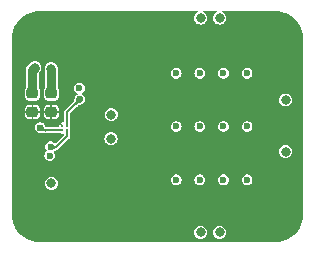
<source format=gbr>
%TF.GenerationSoftware,KiCad,Pcbnew,8.0.4*%
%TF.CreationDate,2024-08-13T13:30:06+02:00*%
%TF.ProjectId,TMP104_Development board,544d5031-3034-45f4-9465-76656c6f706d,rev?*%
%TF.SameCoordinates,Original*%
%TF.FileFunction,Copper,L4,Bot*%
%TF.FilePolarity,Positive*%
%FSLAX46Y46*%
G04 Gerber Fmt 4.6, Leading zero omitted, Abs format (unit mm)*
G04 Created by KiCad (PCBNEW 8.0.4) date 2024-08-13 13:30:06*
%MOMM*%
%LPD*%
G01*
G04 APERTURE LIST*
G04 Aperture macros list*
%AMRoundRect*
0 Rectangle with rounded corners*
0 $1 Rounding radius*
0 $2 $3 $4 $5 $6 $7 $8 $9 X,Y pos of 4 corners*
0 Add a 4 corners polygon primitive as box body*
4,1,4,$2,$3,$4,$5,$6,$7,$8,$9,$2,$3,0*
0 Add four circle primitives for the rounded corners*
1,1,$1+$1,$2,$3*
1,1,$1+$1,$4,$5*
1,1,$1+$1,$6,$7*
1,1,$1+$1,$8,$9*
0 Add four rect primitives between the rounded corners*
20,1,$1+$1,$2,$3,$4,$5,0*
20,1,$1+$1,$4,$5,$6,$7,0*
20,1,$1+$1,$6,$7,$8,$9,0*
20,1,$1+$1,$8,$9,$2,$3,0*%
G04 Aperture macros list end*
%TA.AperFunction,SMDPad,CuDef*%
%ADD10C,0.250000*%
%TD*%
%TA.AperFunction,SMDPad,CuDef*%
%ADD11RoundRect,0.225000X0.250000X-0.225000X0.250000X0.225000X-0.250000X0.225000X-0.250000X-0.225000X0*%
%TD*%
%TA.AperFunction,ViaPad*%
%ADD12C,0.600000*%
%TD*%
%TA.AperFunction,ViaPad*%
%ADD13C,0.800000*%
%TD*%
%TA.AperFunction,Conductor*%
%ADD14C,0.200000*%
%TD*%
%TA.AperFunction,Conductor*%
%ADD15C,0.800000*%
%TD*%
G04 APERTURE END LIST*
D10*
%TO.P,U1,1,VCC*%
%TO.N,VCC_3.3V*%
X122765000Y-103626000D03*
%TO.P,U1,2,GND*%
%TO.N,GND*%
X122765000Y-104026000D03*
%TO.P,U1,3,TX*%
%TO.N,TX_1*%
X123165000Y-103626000D03*
%TO.P,U1,4,RX*%
%TO.N,RX_1*%
X123165000Y-104026000D03*
%TD*%
D11*
%TO.P,C9,1*%
%TO.N,VCC_3.3V*%
X121825000Y-102455000D03*
%TO.P,C9,2*%
%TO.N,GND*%
X121825000Y-100905000D03*
%TD*%
%TO.P,C10,1*%
%TO.N,VCC_3.3V*%
X120225000Y-102455000D03*
%TO.P,C10,2*%
%TO.N,GND*%
X120225000Y-100905000D03*
%TD*%
D12*
%TO.N,VCC_3.3V*%
X131415000Y-103701000D03*
%TO.N,RX_1*%
X121762902Y-105414078D03*
%TO.N,TX_1*%
X124235000Y-101400000D03*
D13*
%TO.N,GND*%
X134465000Y-112655000D03*
D12*
X120870000Y-103790000D03*
X136400000Y-99200000D03*
X134400000Y-99200000D03*
D13*
X134465000Y-94525000D03*
D12*
X138400000Y-99200000D03*
D13*
X136065000Y-94525000D03*
D12*
X132400000Y-103700000D03*
D13*
X141675000Y-105830000D03*
D12*
X134400000Y-108200000D03*
X121695000Y-106161000D03*
X138400000Y-108200000D03*
X136400000Y-108200000D03*
X136400000Y-103700000D03*
X138400000Y-103700000D03*
X124205000Y-100451000D03*
D13*
X121825000Y-98800000D03*
X120425000Y-98716000D03*
D12*
X132400000Y-108200000D03*
D13*
X136065000Y-112670000D03*
X121825000Y-108521000D03*
X141675000Y-101445000D03*
X126873000Y-104730000D03*
X126895000Y-102700000D03*
D12*
X134400000Y-103700000D03*
X132400000Y-99200000D03*
%TO.N,VCC_3.3V*%
X135400000Y-103700000D03*
X137400000Y-103700000D03*
D13*
X120425000Y-108541000D03*
D12*
X133400000Y-103700000D03*
%TD*%
D14*
%TO.N,RX_1*%
X122261922Y-105414078D02*
X123165000Y-104511000D01*
X123165000Y-104511000D02*
X123165000Y-104026000D01*
X121762902Y-105414078D02*
X122261922Y-105414078D01*
%TO.N,TX_1*%
X124235000Y-101400000D02*
X123165000Y-102470000D01*
X123165000Y-102470000D02*
X123165000Y-103626000D01*
D15*
%TO.N,GND*%
X120225000Y-98916000D02*
X120225000Y-100905000D01*
X121825000Y-98800000D02*
X121825000Y-100905000D01*
D14*
X122765000Y-104026000D02*
X121106000Y-104026000D01*
X121106000Y-104026000D02*
X120870000Y-103790000D01*
D15*
X120425000Y-98716000D02*
X120225000Y-98916000D01*
%TD*%
%TA.AperFunction,Conductor*%
%TO.N,VCC_3.3V*%
G36*
X134212040Y-93923174D02*
G01*
X134233714Y-93975500D01*
X134212040Y-94027826D01*
X134191484Y-94041559D01*
X134191574Y-94041715D01*
X134189208Y-94043080D01*
X134188031Y-94043867D01*
X134187375Y-94044139D01*
X134072379Y-94132379D01*
X133984138Y-94247376D01*
X133928669Y-94381291D01*
X133909750Y-94525000D01*
X133928669Y-94668708D01*
X133984138Y-94802623D01*
X133984139Y-94802625D01*
X134072379Y-94917621D01*
X134187375Y-95005861D01*
X134321291Y-95061330D01*
X134465000Y-95080250D01*
X134608709Y-95061330D01*
X134742625Y-95005861D01*
X134857621Y-94917621D01*
X134945861Y-94802625D01*
X135001330Y-94668709D01*
X135020250Y-94525000D01*
X135001330Y-94381291D01*
X134945861Y-94247375D01*
X134857621Y-94132379D01*
X134742625Y-94044139D01*
X134741969Y-94043867D01*
X134741716Y-94043614D01*
X134738426Y-94041715D01*
X134738935Y-94040833D01*
X134701920Y-94003821D01*
X134701918Y-93947184D01*
X134741965Y-93907134D01*
X134770286Y-93901500D01*
X135759714Y-93901500D01*
X135812040Y-93923174D01*
X135833714Y-93975500D01*
X135812040Y-94027826D01*
X135791484Y-94041559D01*
X135791574Y-94041715D01*
X135789208Y-94043080D01*
X135788031Y-94043867D01*
X135787375Y-94044139D01*
X135672379Y-94132379D01*
X135584138Y-94247376D01*
X135528669Y-94381291D01*
X135509750Y-94525000D01*
X135528669Y-94668708D01*
X135584138Y-94802623D01*
X135584139Y-94802625D01*
X135672379Y-94917621D01*
X135787375Y-95005861D01*
X135921291Y-95061330D01*
X136065000Y-95080250D01*
X136208709Y-95061330D01*
X136342625Y-95005861D01*
X136457621Y-94917621D01*
X136545861Y-94802625D01*
X136601330Y-94668709D01*
X136620250Y-94525000D01*
X136601330Y-94381291D01*
X136545861Y-94247375D01*
X136457621Y-94132379D01*
X136342625Y-94044139D01*
X136341969Y-94043867D01*
X136341716Y-94043614D01*
X136338426Y-94041715D01*
X136338935Y-94040833D01*
X136301920Y-94003821D01*
X136301918Y-93947184D01*
X136341965Y-93907134D01*
X136370286Y-93901500D01*
X140775118Y-93901500D01*
X140812764Y-93901500D01*
X140817231Y-93901634D01*
X141087714Y-93917996D01*
X141096566Y-93919071D01*
X141360920Y-93967515D01*
X141369571Y-93969648D01*
X141626141Y-94049598D01*
X141634480Y-94052759D01*
X141811386Y-94132379D01*
X141879552Y-94163058D01*
X141887464Y-94167211D01*
X142117433Y-94306233D01*
X142124787Y-94311309D01*
X142336327Y-94477039D01*
X142343016Y-94482965D01*
X142533034Y-94672983D01*
X142538960Y-94679672D01*
X142704690Y-94891212D01*
X142709766Y-94898566D01*
X142848788Y-95128535D01*
X142852941Y-95136447D01*
X142963236Y-95381511D01*
X142966404Y-95389867D01*
X143046348Y-95646416D01*
X143048487Y-95655092D01*
X143096927Y-95919424D01*
X143098004Y-95928295D01*
X143114365Y-96198768D01*
X143114500Y-96203236D01*
X143114500Y-111198763D01*
X143114365Y-111203231D01*
X143098004Y-111473704D01*
X143096927Y-111482575D01*
X143048487Y-111746907D01*
X143046348Y-111755583D01*
X142966404Y-112012132D01*
X142963236Y-112020488D01*
X142852941Y-112265552D01*
X142848788Y-112273464D01*
X142709766Y-112503433D01*
X142704690Y-112510787D01*
X142538960Y-112722327D01*
X142533034Y-112729016D01*
X142343016Y-112919034D01*
X142336327Y-112924960D01*
X142124787Y-113090690D01*
X142117433Y-113095766D01*
X141887464Y-113234788D01*
X141879552Y-113238941D01*
X141634488Y-113349236D01*
X141626132Y-113352404D01*
X141369583Y-113432348D01*
X141360907Y-113434487D01*
X141096575Y-113482927D01*
X141087704Y-113484004D01*
X140817232Y-113500365D01*
X140812764Y-113500500D01*
X120817236Y-113500500D01*
X120812768Y-113500365D01*
X120542295Y-113484004D01*
X120533424Y-113482927D01*
X120269092Y-113434487D01*
X120260416Y-113432348D01*
X120003867Y-113352404D01*
X119995511Y-113349236D01*
X119750447Y-113238941D01*
X119742535Y-113234788D01*
X119512566Y-113095766D01*
X119505212Y-113090690D01*
X119293672Y-112924960D01*
X119286983Y-112919034D01*
X119096965Y-112729016D01*
X119091039Y-112722327D01*
X119038292Y-112655000D01*
X133909750Y-112655000D01*
X133928669Y-112798708D01*
X133979821Y-112922200D01*
X133984139Y-112932625D01*
X134072379Y-113047621D01*
X134187375Y-113135861D01*
X134321291Y-113191330D01*
X134465000Y-113210250D01*
X134608709Y-113191330D01*
X134742625Y-113135861D01*
X134857621Y-113047621D01*
X134945861Y-112932625D01*
X135001330Y-112798709D01*
X135018275Y-112670000D01*
X135509750Y-112670000D01*
X135528669Y-112813708D01*
X135572296Y-112919034D01*
X135584139Y-112947625D01*
X135672379Y-113062621D01*
X135787375Y-113150861D01*
X135921291Y-113206330D01*
X136065000Y-113225250D01*
X136208709Y-113206330D01*
X136342625Y-113150861D01*
X136457621Y-113062621D01*
X136545861Y-112947625D01*
X136601330Y-112813709D01*
X136620250Y-112670000D01*
X136601330Y-112526291D01*
X136545861Y-112392375D01*
X136457621Y-112277379D01*
X136342625Y-112189139D01*
X136342623Y-112189138D01*
X136208708Y-112133669D01*
X136065000Y-112114750D01*
X135921291Y-112133669D01*
X135787376Y-112189138D01*
X135672379Y-112277379D01*
X135584138Y-112392376D01*
X135528669Y-112526291D01*
X135509750Y-112670000D01*
X135018275Y-112670000D01*
X135020250Y-112655000D01*
X135001330Y-112511291D01*
X134945861Y-112377375D01*
X134857621Y-112262379D01*
X134742625Y-112174139D01*
X134742623Y-112174138D01*
X134608708Y-112118669D01*
X134465000Y-112099750D01*
X134321291Y-112118669D01*
X134187376Y-112174138D01*
X134072379Y-112262379D01*
X133984138Y-112377376D01*
X133928669Y-112511291D01*
X133909750Y-112655000D01*
X119038292Y-112655000D01*
X118925309Y-112510787D01*
X118920233Y-112503433D01*
X118781211Y-112273464D01*
X118777058Y-112265552D01*
X118735916Y-112174138D01*
X118666759Y-112020480D01*
X118663598Y-112012141D01*
X118583648Y-111755571D01*
X118581515Y-111746920D01*
X118533071Y-111482566D01*
X118531996Y-111473714D01*
X118515635Y-111203231D01*
X118515500Y-111198763D01*
X118515500Y-108521000D01*
X121269750Y-108521000D01*
X121288669Y-108664708D01*
X121344138Y-108798623D01*
X121344139Y-108798625D01*
X121432379Y-108913621D01*
X121547375Y-109001861D01*
X121681291Y-109057330D01*
X121825000Y-109076250D01*
X121968709Y-109057330D01*
X122102625Y-109001861D01*
X122217621Y-108913621D01*
X122305861Y-108798625D01*
X122361330Y-108664709D01*
X122380250Y-108521000D01*
X122361330Y-108377291D01*
X122305861Y-108243375D01*
X122272578Y-108200000D01*
X131944867Y-108200000D01*
X131963302Y-108328223D01*
X131963302Y-108328224D01*
X131963303Y-108328226D01*
X132017118Y-108446063D01*
X132101951Y-108543967D01*
X132210931Y-108614004D01*
X132335228Y-108650500D01*
X132464772Y-108650500D01*
X132589069Y-108614004D01*
X132698049Y-108543967D01*
X132782882Y-108446063D01*
X132836697Y-108328226D01*
X132855133Y-108200000D01*
X133944867Y-108200000D01*
X133963302Y-108328223D01*
X133963302Y-108328224D01*
X133963303Y-108328226D01*
X134017118Y-108446063D01*
X134101951Y-108543967D01*
X134210931Y-108614004D01*
X134335228Y-108650500D01*
X134464772Y-108650500D01*
X134589069Y-108614004D01*
X134698049Y-108543967D01*
X134782882Y-108446063D01*
X134836697Y-108328226D01*
X134855133Y-108200000D01*
X135944867Y-108200000D01*
X135963302Y-108328223D01*
X135963302Y-108328224D01*
X135963303Y-108328226D01*
X136017118Y-108446063D01*
X136101951Y-108543967D01*
X136210931Y-108614004D01*
X136335228Y-108650500D01*
X136464772Y-108650500D01*
X136589069Y-108614004D01*
X136698049Y-108543967D01*
X136782882Y-108446063D01*
X136836697Y-108328226D01*
X136855133Y-108200000D01*
X137944867Y-108200000D01*
X137963302Y-108328223D01*
X137963302Y-108328224D01*
X137963303Y-108328226D01*
X138017118Y-108446063D01*
X138101951Y-108543967D01*
X138210931Y-108614004D01*
X138335228Y-108650500D01*
X138464772Y-108650500D01*
X138589069Y-108614004D01*
X138698049Y-108543967D01*
X138782882Y-108446063D01*
X138836697Y-108328226D01*
X138855133Y-108200000D01*
X138836697Y-108071774D01*
X138782882Y-107953937D01*
X138698049Y-107856033D01*
X138631032Y-107812964D01*
X138589068Y-107785995D01*
X138464772Y-107749500D01*
X138335228Y-107749500D01*
X138210931Y-107785995D01*
X138101954Y-107856031D01*
X138101950Y-107856034D01*
X138017119Y-107953935D01*
X137963302Y-108071776D01*
X137944867Y-108200000D01*
X136855133Y-108200000D01*
X136836697Y-108071774D01*
X136782882Y-107953937D01*
X136698049Y-107856033D01*
X136631032Y-107812964D01*
X136589068Y-107785995D01*
X136464772Y-107749500D01*
X136335228Y-107749500D01*
X136210931Y-107785995D01*
X136101954Y-107856031D01*
X136101950Y-107856034D01*
X136017119Y-107953935D01*
X135963302Y-108071776D01*
X135944867Y-108200000D01*
X134855133Y-108200000D01*
X134836697Y-108071774D01*
X134782882Y-107953937D01*
X134698049Y-107856033D01*
X134631032Y-107812964D01*
X134589068Y-107785995D01*
X134464772Y-107749500D01*
X134335228Y-107749500D01*
X134210931Y-107785995D01*
X134101954Y-107856031D01*
X134101950Y-107856034D01*
X134017119Y-107953935D01*
X133963302Y-108071776D01*
X133944867Y-108200000D01*
X132855133Y-108200000D01*
X132836697Y-108071774D01*
X132782882Y-107953937D01*
X132698049Y-107856033D01*
X132631032Y-107812964D01*
X132589068Y-107785995D01*
X132464772Y-107749500D01*
X132335228Y-107749500D01*
X132210931Y-107785995D01*
X132101954Y-107856031D01*
X132101950Y-107856034D01*
X132017119Y-107953935D01*
X131963302Y-108071776D01*
X131944867Y-108200000D01*
X122272578Y-108200000D01*
X122217621Y-108128379D01*
X122102625Y-108040139D01*
X122102623Y-108040138D01*
X121968708Y-107984669D01*
X121825000Y-107965750D01*
X121681291Y-107984669D01*
X121547376Y-108040138D01*
X121432379Y-108128379D01*
X121344138Y-108243376D01*
X121288669Y-108377291D01*
X121269750Y-108521000D01*
X118515500Y-108521000D01*
X118515500Y-103790000D01*
X120414867Y-103790000D01*
X120433302Y-103918223D01*
X120433302Y-103918224D01*
X120433303Y-103918226D01*
X120487118Y-104036063D01*
X120571951Y-104133967D01*
X120680931Y-104204004D01*
X120805228Y-104240500D01*
X120845357Y-104240500D01*
X120861965Y-104242388D01*
X120876645Y-104245769D01*
X120892225Y-104246236D01*
X120976648Y-104248770D01*
X121002746Y-104254369D01*
X121056172Y-104276500D01*
X121155827Y-104276500D01*
X121223517Y-104276500D01*
X121230940Y-104276873D01*
X121231450Y-104276925D01*
X121236948Y-104277383D01*
X121237774Y-104277437D01*
X121243253Y-104277698D01*
X121355530Y-104281068D01*
X121355614Y-104281069D01*
X121355619Y-104281070D01*
X121355746Y-104281072D01*
X121357980Y-104281122D01*
X121358331Y-104281127D01*
X121375592Y-104277820D01*
X121389512Y-104276500D01*
X122621565Y-104276500D01*
X122649803Y-104285061D01*
X122650771Y-104282726D01*
X122657503Y-104285514D01*
X122657505Y-104285515D01*
X122765000Y-104306897D01*
X122826065Y-104294750D01*
X122881612Y-104305799D01*
X122913078Y-104352891D01*
X122914500Y-104367328D01*
X122914500Y-104376586D01*
X122892826Y-104428912D01*
X122216422Y-105105315D01*
X122164096Y-105126989D01*
X122121055Y-105113184D01*
X122119933Y-105112381D01*
X122118338Y-105111254D01*
X122118123Y-105111104D01*
X122117285Y-105110530D01*
X122115784Y-105109503D01*
X122074457Y-105081745D01*
X122065068Y-105073440D01*
X122064950Y-105073577D01*
X122060955Y-105070116D01*
X122060951Y-105070111D01*
X121963718Y-105007623D01*
X121951970Y-105000073D01*
X121827674Y-104963578D01*
X121698130Y-104963578D01*
X121573833Y-105000073D01*
X121464856Y-105070109D01*
X121464852Y-105070112D01*
X121380021Y-105168013D01*
X121326204Y-105285854D01*
X121307769Y-105414078D01*
X121326204Y-105542301D01*
X121326204Y-105542302D01*
X121326205Y-105542304D01*
X121380020Y-105660141D01*
X121412371Y-105697477D01*
X121417471Y-105703362D01*
X121435356Y-105757101D01*
X121410005Y-105807748D01*
X121401559Y-105814071D01*
X121396955Y-105817030D01*
X121396950Y-105817034D01*
X121312119Y-105914935D01*
X121258302Y-106032776D01*
X121239867Y-106161000D01*
X121258302Y-106289223D01*
X121258302Y-106289224D01*
X121258303Y-106289226D01*
X121312118Y-106407063D01*
X121396951Y-106504967D01*
X121505931Y-106575004D01*
X121630228Y-106611500D01*
X121759772Y-106611500D01*
X121884069Y-106575004D01*
X121993049Y-106504967D01*
X122077882Y-106407063D01*
X122131697Y-106289226D01*
X122150133Y-106161000D01*
X122131697Y-106032774D01*
X122077882Y-105914937D01*
X122077880Y-105914935D01*
X122077880Y-105914934D01*
X122077878Y-105914932D01*
X122062550Y-105897242D01*
X122044664Y-105843503D01*
X122051423Y-105830000D01*
X141119750Y-105830000D01*
X141138669Y-105973708D01*
X141163135Y-106032774D01*
X141194139Y-106107625D01*
X141282379Y-106222621D01*
X141397375Y-106310861D01*
X141531291Y-106366330D01*
X141675000Y-106385250D01*
X141818709Y-106366330D01*
X141952625Y-106310861D01*
X142067621Y-106222621D01*
X142155861Y-106107625D01*
X142211330Y-105973709D01*
X142230250Y-105830000D01*
X142211330Y-105686291D01*
X142155861Y-105552375D01*
X142067621Y-105437379D01*
X141952625Y-105349139D01*
X141952623Y-105349138D01*
X141818708Y-105293669D01*
X141675000Y-105274750D01*
X141531291Y-105293669D01*
X141397376Y-105349138D01*
X141282379Y-105437379D01*
X141194138Y-105552376D01*
X141138669Y-105686291D01*
X141119750Y-105830000D01*
X122051423Y-105830000D01*
X122070015Y-105792857D01*
X122093520Y-105779116D01*
X122141711Y-105761857D01*
X122145863Y-105760303D01*
X122146485Y-105760060D01*
X122150599Y-105758385D01*
X122294268Y-105697472D01*
X122314451Y-105687117D01*
X122317359Y-105685346D01*
X122335823Y-105672164D01*
X122369387Y-105644288D01*
X122388348Y-105632850D01*
X122390750Y-105631854D01*
X122403819Y-105626442D01*
X122464798Y-105565462D01*
X122469827Y-105560878D01*
X122492194Y-105542304D01*
X122493509Y-105541212D01*
X122498964Y-105536463D01*
X122499762Y-105535735D01*
X122508392Y-105523437D01*
X122516630Y-105513629D01*
X123300261Y-104730000D01*
X126317750Y-104730000D01*
X126336669Y-104873708D01*
X126373894Y-104963578D01*
X126392139Y-105007625D01*
X126480379Y-105122621D01*
X126595375Y-105210861D01*
X126729291Y-105266330D01*
X126873000Y-105285250D01*
X127016709Y-105266330D01*
X127150625Y-105210861D01*
X127265621Y-105122621D01*
X127353861Y-105007625D01*
X127409330Y-104873709D01*
X127428250Y-104730000D01*
X127409330Y-104586291D01*
X127353861Y-104452375D01*
X127265621Y-104337379D01*
X127150625Y-104249139D01*
X127150309Y-104249008D01*
X127016708Y-104193669D01*
X126873000Y-104174750D01*
X126729291Y-104193669D01*
X126595376Y-104249138D01*
X126480379Y-104337379D01*
X126392138Y-104452376D01*
X126336669Y-104586291D01*
X126317750Y-104730000D01*
X123300261Y-104730000D01*
X123377364Y-104652897D01*
X123415500Y-104560828D01*
X123415500Y-104461172D01*
X123415500Y-104169434D01*
X123424072Y-104141201D01*
X123421726Y-104140229D01*
X123424514Y-104133497D01*
X123424514Y-104133496D01*
X123424515Y-104133495D01*
X123445897Y-104026000D01*
X123424515Y-103918505D01*
X123390175Y-103867112D01*
X123379126Y-103811563D01*
X123390175Y-103784888D01*
X123398657Y-103772194D01*
X123424515Y-103733495D01*
X123431178Y-103700000D01*
X131944867Y-103700000D01*
X131963302Y-103828223D01*
X131963302Y-103828224D01*
X131963303Y-103828226D01*
X132017118Y-103946063D01*
X132101951Y-104043967D01*
X132210931Y-104114004D01*
X132335228Y-104150500D01*
X132464772Y-104150500D01*
X132589069Y-104114004D01*
X132698049Y-104043967D01*
X132782882Y-103946063D01*
X132836697Y-103828226D01*
X132855133Y-103700000D01*
X133944867Y-103700000D01*
X133963302Y-103828223D01*
X133963302Y-103828224D01*
X133963303Y-103828226D01*
X134017118Y-103946063D01*
X134101951Y-104043967D01*
X134210931Y-104114004D01*
X134335228Y-104150500D01*
X134464772Y-104150500D01*
X134589069Y-104114004D01*
X134698049Y-104043967D01*
X134782882Y-103946063D01*
X134836697Y-103828226D01*
X134855133Y-103700000D01*
X135944867Y-103700000D01*
X135963302Y-103828223D01*
X135963302Y-103828224D01*
X135963303Y-103828226D01*
X136017118Y-103946063D01*
X136101951Y-104043967D01*
X136210931Y-104114004D01*
X136335228Y-104150500D01*
X136464772Y-104150500D01*
X136589069Y-104114004D01*
X136698049Y-104043967D01*
X136782882Y-103946063D01*
X136836697Y-103828226D01*
X136855133Y-103700000D01*
X137944867Y-103700000D01*
X137963302Y-103828223D01*
X137963302Y-103828224D01*
X137963303Y-103828226D01*
X138017118Y-103946063D01*
X138101951Y-104043967D01*
X138210931Y-104114004D01*
X138335228Y-104150500D01*
X138464772Y-104150500D01*
X138589069Y-104114004D01*
X138698049Y-104043967D01*
X138782882Y-103946063D01*
X138836697Y-103828226D01*
X138855133Y-103700000D01*
X138836697Y-103571774D01*
X138782882Y-103453937D01*
X138698049Y-103356033D01*
X138631032Y-103312964D01*
X138589068Y-103285995D01*
X138464772Y-103249500D01*
X138335228Y-103249500D01*
X138210931Y-103285995D01*
X138101954Y-103356031D01*
X138101950Y-103356034D01*
X138017119Y-103453935D01*
X137963302Y-103571776D01*
X137944867Y-103700000D01*
X136855133Y-103700000D01*
X136836697Y-103571774D01*
X136782882Y-103453937D01*
X136698049Y-103356033D01*
X136631032Y-103312964D01*
X136589068Y-103285995D01*
X136464772Y-103249500D01*
X136335228Y-103249500D01*
X136210931Y-103285995D01*
X136101954Y-103356031D01*
X136101950Y-103356034D01*
X136017119Y-103453935D01*
X135963302Y-103571776D01*
X135944867Y-103700000D01*
X134855133Y-103700000D01*
X134836697Y-103571774D01*
X134782882Y-103453937D01*
X134698049Y-103356033D01*
X134631032Y-103312964D01*
X134589068Y-103285995D01*
X134464772Y-103249500D01*
X134335228Y-103249500D01*
X134210931Y-103285995D01*
X134101954Y-103356031D01*
X134101950Y-103356034D01*
X134017119Y-103453935D01*
X133963302Y-103571776D01*
X133944867Y-103700000D01*
X132855133Y-103700000D01*
X132836697Y-103571774D01*
X132782882Y-103453937D01*
X132698049Y-103356033D01*
X132631032Y-103312964D01*
X132589068Y-103285995D01*
X132464772Y-103249500D01*
X132335228Y-103249500D01*
X132210931Y-103285995D01*
X132101954Y-103356031D01*
X132101950Y-103356034D01*
X132017119Y-103453935D01*
X131963302Y-103571776D01*
X131944867Y-103700000D01*
X123431178Y-103700000D01*
X123445897Y-103626000D01*
X123424515Y-103518505D01*
X123424514Y-103518503D01*
X123421726Y-103511771D01*
X123424061Y-103510803D01*
X123415500Y-103482565D01*
X123415500Y-102700000D01*
X126339750Y-102700000D01*
X126358669Y-102843708D01*
X126382366Y-102900917D01*
X126414139Y-102977625D01*
X126502379Y-103092621D01*
X126617375Y-103180861D01*
X126751291Y-103236330D01*
X126895000Y-103255250D01*
X127038709Y-103236330D01*
X127172625Y-103180861D01*
X127287621Y-103092621D01*
X127375861Y-102977625D01*
X127431330Y-102843709D01*
X127450250Y-102700000D01*
X127431330Y-102556291D01*
X127375861Y-102422375D01*
X127287621Y-102307379D01*
X127172625Y-102219139D01*
X127172623Y-102219138D01*
X127038708Y-102163669D01*
X126895000Y-102144750D01*
X126751291Y-102163669D01*
X126617376Y-102219138D01*
X126502379Y-102307379D01*
X126414138Y-102422376D01*
X126358669Y-102556291D01*
X126339750Y-102700000D01*
X123415500Y-102700000D01*
X123415500Y-102604412D01*
X123437174Y-102552086D01*
X123681881Y-102307379D01*
X123961967Y-102027292D01*
X123981309Y-102013378D01*
X123984724Y-102011678D01*
X124094255Y-101926968D01*
X124116910Y-101915046D01*
X124210422Y-101885040D01*
X124211971Y-101884543D01*
X124211976Y-101884541D01*
X124385131Y-101829127D01*
X124390982Y-101827126D01*
X124391860Y-101826806D01*
X124392830Y-101826189D01*
X124411672Y-101817643D01*
X124424069Y-101814004D01*
X124533049Y-101743967D01*
X124617882Y-101646063D01*
X124671697Y-101528226D01*
X124683663Y-101445000D01*
X141119750Y-101445000D01*
X141138669Y-101588708D01*
X141194138Y-101722623D01*
X141194139Y-101722625D01*
X141282379Y-101837621D01*
X141397375Y-101925861D01*
X141531291Y-101981330D01*
X141675000Y-102000250D01*
X141818709Y-101981330D01*
X141952625Y-101925861D01*
X142067621Y-101837621D01*
X142155861Y-101722625D01*
X142211330Y-101588709D01*
X142230250Y-101445000D01*
X142211330Y-101301291D01*
X142155861Y-101167375D01*
X142067621Y-101052379D01*
X141952625Y-100964139D01*
X141917283Y-100949500D01*
X141818708Y-100908669D01*
X141675000Y-100889750D01*
X141531291Y-100908669D01*
X141397376Y-100964138D01*
X141282379Y-101052379D01*
X141194138Y-101167376D01*
X141138669Y-101301291D01*
X141119750Y-101445000D01*
X124683663Y-101445000D01*
X124690133Y-101400000D01*
X124671697Y-101271774D01*
X124617882Y-101153937D01*
X124533049Y-101056033D01*
X124440479Y-100996542D01*
X124424068Y-100985995D01*
X124419743Y-100984020D01*
X124381152Y-100942565D01*
X124383177Y-100885964D01*
X124410479Y-100854457D01*
X124503049Y-100794967D01*
X124587882Y-100697063D01*
X124641697Y-100579226D01*
X124660133Y-100451000D01*
X124641697Y-100322774D01*
X124587882Y-100204937D01*
X124503049Y-100107033D01*
X124436032Y-100063964D01*
X124394068Y-100036995D01*
X124269772Y-100000500D01*
X124140228Y-100000500D01*
X124015931Y-100036995D01*
X123906954Y-100107031D01*
X123906950Y-100107034D01*
X123822119Y-100204935D01*
X123768302Y-100322776D01*
X123749867Y-100451000D01*
X123768302Y-100579223D01*
X123768302Y-100579224D01*
X123768303Y-100579226D01*
X123822118Y-100697063D01*
X123906951Y-100794967D01*
X124015931Y-100865004D01*
X124015933Y-100865004D01*
X124020253Y-100866978D01*
X124058846Y-100908431D01*
X124056823Y-100965032D01*
X124029519Y-100996542D01*
X123936956Y-101056029D01*
X123936947Y-101056036D01*
X123852117Y-101153937D01*
X123820906Y-101222277D01*
X123818319Y-101227405D01*
X123805872Y-101249863D01*
X123801504Y-101263511D01*
X123798348Y-101271673D01*
X123798304Y-101271768D01*
X123797115Y-101275818D01*
X123795959Y-101280838D01*
X123772069Y-101355480D01*
X123772062Y-101355508D01*
X123749980Y-101424508D01*
X123749962Y-101424565D01*
X123727402Y-101494865D01*
X123727129Y-101495715D01*
X123727128Y-101495715D01*
X123719948Y-101518088D01*
X123708025Y-101540746D01*
X123629842Y-101641842D01*
X123629841Y-101641844D01*
X123623324Y-101650269D01*
X123623319Y-101650276D01*
X123620145Y-101656175D01*
X123607311Y-101673427D01*
X122952637Y-102328101D01*
X122952634Y-102328105D01*
X122914500Y-102420170D01*
X122914500Y-103285180D01*
X122892826Y-103337506D01*
X122840500Y-103359180D01*
X122826064Y-103357758D01*
X122765001Y-103345612D01*
X122765000Y-103345612D01*
X122657701Y-103366954D01*
X122630317Y-103385251D01*
X122818740Y-103573674D01*
X122840414Y-103626000D01*
X122818740Y-103678326D01*
X122817326Y-103679740D01*
X122765000Y-103701414D01*
X122712674Y-103679740D01*
X122524251Y-103491317D01*
X122505954Y-103518701D01*
X122484612Y-103626000D01*
X122496758Y-103687064D01*
X122485709Y-103742612D01*
X122438616Y-103774078D01*
X122424180Y-103775500D01*
X121417390Y-103775500D01*
X121395518Y-103772194D01*
X121394059Y-103771743D01*
X121394055Y-103771741D01*
X121393793Y-103771687D01*
X121391949Y-103771310D01*
X121391348Y-103770904D01*
X121390576Y-103770665D01*
X121390648Y-103770430D01*
X121345030Y-103739586D01*
X121337547Y-103724933D01*
X121333828Y-103715075D01*
X121333769Y-103714909D01*
X121333637Y-103714563D01*
X121333477Y-103714142D01*
X121332412Y-103711320D01*
X121332263Y-103710988D01*
X121297761Y-103621210D01*
X121289512Y-103603248D01*
X121289512Y-103603247D01*
X121288112Y-103600648D01*
X121288106Y-103600637D01*
X121277660Y-103583886D01*
X121277656Y-103583880D01*
X121263768Y-103564475D01*
X121256630Y-103552144D01*
X121252883Y-103543938D01*
X121233225Y-103521251D01*
X121228975Y-103515860D01*
X121226048Y-103511771D01*
X121216595Y-103498562D01*
X121208918Y-103488699D01*
X121208913Y-103488692D01*
X121207699Y-103487255D01*
X121203671Y-103484305D01*
X121191472Y-103473065D01*
X121168052Y-103446036D01*
X121168050Y-103446035D01*
X121168049Y-103446033D01*
X121073470Y-103385251D01*
X121059068Y-103375995D01*
X120934772Y-103339500D01*
X120805228Y-103339500D01*
X120680931Y-103375995D01*
X120571954Y-103446031D01*
X120571950Y-103446034D01*
X120487119Y-103543935D01*
X120487118Y-103543936D01*
X120487118Y-103543937D01*
X120474405Y-103571774D01*
X120433302Y-103661776D01*
X120414867Y-103790000D01*
X118515500Y-103790000D01*
X118515500Y-102715592D01*
X119600000Y-102715592D01*
X119610620Y-102788482D01*
X119665587Y-102900917D01*
X119754082Y-102989412D01*
X119866517Y-103044379D01*
X119939407Y-103054999D01*
X119939418Y-103055000D01*
X120150000Y-103055000D01*
X120300000Y-103055000D01*
X120510582Y-103055000D01*
X120510592Y-103054999D01*
X120583482Y-103044379D01*
X120695917Y-102989412D01*
X120784412Y-102900917D01*
X120839379Y-102788482D01*
X120849999Y-102715592D01*
X121200000Y-102715592D01*
X121210620Y-102788482D01*
X121265587Y-102900917D01*
X121354082Y-102989412D01*
X121466517Y-103044379D01*
X121539407Y-103054999D01*
X121539418Y-103055000D01*
X121750000Y-103055000D01*
X121900000Y-103055000D01*
X122110582Y-103055000D01*
X122110592Y-103054999D01*
X122183482Y-103044379D01*
X122295917Y-102989412D01*
X122384412Y-102900917D01*
X122439379Y-102788482D01*
X122449999Y-102715592D01*
X122450000Y-102715581D01*
X122450000Y-102530000D01*
X121900000Y-102530000D01*
X121900000Y-103055000D01*
X121750000Y-103055000D01*
X121750000Y-102530000D01*
X121200000Y-102530000D01*
X121200000Y-102715592D01*
X120849999Y-102715592D01*
X120850000Y-102715581D01*
X120850000Y-102530000D01*
X120300000Y-102530000D01*
X120300000Y-103055000D01*
X120150000Y-103055000D01*
X120150000Y-102530000D01*
X119600000Y-102530000D01*
X119600000Y-102715592D01*
X118515500Y-102715592D01*
X118515500Y-102194407D01*
X119600000Y-102194407D01*
X119600000Y-102380000D01*
X120150000Y-102380000D01*
X120300000Y-102380000D01*
X120850000Y-102380000D01*
X120850000Y-102194418D01*
X120849999Y-102194407D01*
X121200000Y-102194407D01*
X121200000Y-102380000D01*
X121750000Y-102380000D01*
X121900000Y-102380000D01*
X122450000Y-102380000D01*
X122450000Y-102194418D01*
X122449999Y-102194407D01*
X122439379Y-102121517D01*
X122384412Y-102009082D01*
X122295917Y-101920587D01*
X122183482Y-101865620D01*
X122110592Y-101855000D01*
X121900000Y-101855000D01*
X121900000Y-102380000D01*
X121750000Y-102380000D01*
X121750000Y-101855000D01*
X121539407Y-101855000D01*
X121466517Y-101865620D01*
X121354082Y-101920587D01*
X121265587Y-102009082D01*
X121210620Y-102121517D01*
X121200000Y-102194407D01*
X120849999Y-102194407D01*
X120839379Y-102121517D01*
X120784412Y-102009082D01*
X120695917Y-101920587D01*
X120583482Y-101865620D01*
X120510592Y-101855000D01*
X120300000Y-101855000D01*
X120300000Y-102380000D01*
X120150000Y-102380000D01*
X120150000Y-101855000D01*
X119939407Y-101855000D01*
X119866517Y-101865620D01*
X119754082Y-101920587D01*
X119665587Y-102009082D01*
X119610620Y-102121517D01*
X119600000Y-102194407D01*
X118515500Y-102194407D01*
X118515500Y-100644359D01*
X119599500Y-100644359D01*
X119599500Y-101165640D01*
X119610134Y-101238625D01*
X119610134Y-101238626D01*
X119665173Y-101351210D01*
X119665174Y-101351211D01*
X119753789Y-101439826D01*
X119866375Y-101494866D01*
X119939364Y-101505500D01*
X119939370Y-101505500D01*
X120510630Y-101505500D01*
X120510636Y-101505500D01*
X120583625Y-101494866D01*
X120696211Y-101439826D01*
X120784826Y-101351211D01*
X120839866Y-101238625D01*
X120850500Y-101165636D01*
X120850500Y-100644364D01*
X120850499Y-100644359D01*
X121199500Y-100644359D01*
X121199500Y-101165640D01*
X121210134Y-101238625D01*
X121210134Y-101238626D01*
X121265173Y-101351210D01*
X121265174Y-101351211D01*
X121353789Y-101439826D01*
X121466375Y-101494866D01*
X121539364Y-101505500D01*
X121539370Y-101505500D01*
X122110630Y-101505500D01*
X122110636Y-101505500D01*
X122183625Y-101494866D01*
X122296211Y-101439826D01*
X122384826Y-101351211D01*
X122439866Y-101238625D01*
X122450500Y-101165636D01*
X122450500Y-100644364D01*
X122439866Y-100571375D01*
X122384826Y-100458789D01*
X122383019Y-100455092D01*
X122375500Y-100422592D01*
X122375500Y-99200000D01*
X131944867Y-99200000D01*
X131963302Y-99328223D01*
X131963302Y-99328224D01*
X131963303Y-99328226D01*
X132017118Y-99446063D01*
X132101951Y-99543967D01*
X132210931Y-99614004D01*
X132335228Y-99650500D01*
X132464772Y-99650500D01*
X132589069Y-99614004D01*
X132698049Y-99543967D01*
X132782882Y-99446063D01*
X132836697Y-99328226D01*
X132855133Y-99200000D01*
X133944867Y-99200000D01*
X133963302Y-99328223D01*
X133963302Y-99328224D01*
X133963303Y-99328226D01*
X134017118Y-99446063D01*
X134101951Y-99543967D01*
X134210931Y-99614004D01*
X134335228Y-99650500D01*
X134464772Y-99650500D01*
X134589069Y-99614004D01*
X134698049Y-99543967D01*
X134782882Y-99446063D01*
X134836697Y-99328226D01*
X134855133Y-99200000D01*
X135944867Y-99200000D01*
X135963302Y-99328223D01*
X135963302Y-99328224D01*
X135963303Y-99328226D01*
X136017118Y-99446063D01*
X136101951Y-99543967D01*
X136210931Y-99614004D01*
X136335228Y-99650500D01*
X136464772Y-99650500D01*
X136589069Y-99614004D01*
X136698049Y-99543967D01*
X136782882Y-99446063D01*
X136836697Y-99328226D01*
X136855133Y-99200000D01*
X137944867Y-99200000D01*
X137963302Y-99328223D01*
X137963302Y-99328224D01*
X137963303Y-99328226D01*
X138017118Y-99446063D01*
X138101951Y-99543967D01*
X138210931Y-99614004D01*
X138335228Y-99650500D01*
X138464772Y-99650500D01*
X138589069Y-99614004D01*
X138698049Y-99543967D01*
X138782882Y-99446063D01*
X138836697Y-99328226D01*
X138855133Y-99200000D01*
X138836697Y-99071774D01*
X138782882Y-98953937D01*
X138698049Y-98856033D01*
X138592925Y-98788474D01*
X138589068Y-98785995D01*
X138464772Y-98749500D01*
X138335228Y-98749500D01*
X138210931Y-98785995D01*
X138101954Y-98856031D01*
X138101950Y-98856034D01*
X138017119Y-98953935D01*
X137963302Y-99071776D01*
X137944867Y-99200000D01*
X136855133Y-99200000D01*
X136836697Y-99071774D01*
X136782882Y-98953937D01*
X136698049Y-98856033D01*
X136592925Y-98788474D01*
X136589068Y-98785995D01*
X136464772Y-98749500D01*
X136335228Y-98749500D01*
X136210931Y-98785995D01*
X136101954Y-98856031D01*
X136101950Y-98856034D01*
X136017119Y-98953935D01*
X135963302Y-99071776D01*
X135944867Y-99200000D01*
X134855133Y-99200000D01*
X134836697Y-99071774D01*
X134782882Y-98953937D01*
X134698049Y-98856033D01*
X134592925Y-98788474D01*
X134589068Y-98785995D01*
X134464772Y-98749500D01*
X134335228Y-98749500D01*
X134210931Y-98785995D01*
X134101954Y-98856031D01*
X134101950Y-98856034D01*
X134017119Y-98953935D01*
X133963302Y-99071776D01*
X133944867Y-99200000D01*
X132855133Y-99200000D01*
X132836697Y-99071774D01*
X132782882Y-98953937D01*
X132698049Y-98856033D01*
X132592925Y-98788474D01*
X132589068Y-98785995D01*
X132464772Y-98749500D01*
X132335228Y-98749500D01*
X132210931Y-98785995D01*
X132101954Y-98856031D01*
X132101950Y-98856034D01*
X132017119Y-98953935D01*
X131963302Y-99071776D01*
X131944867Y-99200000D01*
X122375500Y-99200000D01*
X122375500Y-98840929D01*
X122376133Y-98831270D01*
X122377139Y-98823629D01*
X122380250Y-98800000D01*
X122376133Y-98768728D01*
X122375500Y-98759069D01*
X122375500Y-98727525D01*
X122375500Y-98727524D01*
X122367330Y-98697038D01*
X122365446Y-98687559D01*
X122361330Y-98656291D01*
X122349254Y-98627139D01*
X122346150Y-98617994D01*
X122337984Y-98587515D01*
X122332481Y-98577984D01*
X122322212Y-98560197D01*
X122317934Y-98551524D01*
X122305861Y-98522375D01*
X122291389Y-98503515D01*
X122286660Y-98497351D01*
X122281283Y-98489305D01*
X122271290Y-98471998D01*
X122265509Y-98461985D01*
X122243202Y-98439678D01*
X122236820Y-98432400D01*
X122217624Y-98407382D01*
X122217622Y-98407381D01*
X122217621Y-98407379D01*
X122192593Y-98388174D01*
X122185317Y-98381793D01*
X122163015Y-98359491D01*
X122135699Y-98343719D01*
X122127661Y-98338349D01*
X122102625Y-98319139D01*
X122102624Y-98319138D01*
X122102622Y-98319137D01*
X122073479Y-98307065D01*
X122064801Y-98302786D01*
X122047484Y-98292789D01*
X122037485Y-98287016D01*
X122007001Y-98278847D01*
X121997849Y-98275740D01*
X121997245Y-98275490D01*
X121995371Y-98274713D01*
X121968708Y-98263669D01*
X121937442Y-98259553D01*
X121927951Y-98257665D01*
X121897476Y-98249500D01*
X121897475Y-98249500D01*
X121865930Y-98249500D01*
X121856271Y-98248867D01*
X121825000Y-98244750D01*
X121793729Y-98248867D01*
X121784070Y-98249500D01*
X121752525Y-98249500D01*
X121722050Y-98257665D01*
X121712559Y-98259553D01*
X121681289Y-98263670D01*
X121652144Y-98275741D01*
X121642984Y-98278851D01*
X121612514Y-98287016D01*
X121585193Y-98302788D01*
X121576518Y-98307066D01*
X121547372Y-98319139D01*
X121522345Y-98338342D01*
X121514304Y-98343716D01*
X121486984Y-98359491D01*
X121464679Y-98381795D01*
X121457406Y-98388173D01*
X121432380Y-98407377D01*
X121432377Y-98407380D01*
X121413173Y-98432406D01*
X121406795Y-98439679D01*
X121384491Y-98461984D01*
X121368716Y-98489304D01*
X121363342Y-98497345D01*
X121344139Y-98522372D01*
X121332066Y-98551518D01*
X121327788Y-98560193D01*
X121312016Y-98587514D01*
X121303851Y-98617984D01*
X121300741Y-98627144D01*
X121288670Y-98656289D01*
X121284553Y-98687559D01*
X121282665Y-98697050D01*
X121274500Y-98727524D01*
X121274500Y-98759069D01*
X121273867Y-98768728D01*
X121269750Y-98799999D01*
X121273867Y-98831270D01*
X121274500Y-98840929D01*
X121274500Y-100422592D01*
X121266981Y-100455092D01*
X121210134Y-100571373D01*
X121210134Y-100571374D01*
X121199500Y-100644359D01*
X120850499Y-100644359D01*
X120839866Y-100571375D01*
X120784826Y-100458789D01*
X120783019Y-100455092D01*
X120775500Y-100422592D01*
X120775500Y-99177433D01*
X120797174Y-99125107D01*
X120804443Y-99118732D01*
X120817621Y-99108621D01*
X120836825Y-99083591D01*
X120843194Y-99076329D01*
X120865510Y-99054015D01*
X120881283Y-99026693D01*
X120886658Y-99018650D01*
X120905859Y-98993627D01*
X120905861Y-98993625D01*
X120917934Y-98964475D01*
X120922206Y-98955811D01*
X120937984Y-98928485D01*
X120946150Y-98898004D01*
X120949259Y-98888849D01*
X120961330Y-98859709D01*
X120965447Y-98828435D01*
X120967333Y-98818952D01*
X120975500Y-98788474D01*
X120975500Y-98756929D01*
X120976133Y-98747270D01*
X120980250Y-98716000D01*
X120976133Y-98684728D01*
X120975500Y-98675069D01*
X120975500Y-98643526D01*
X120967334Y-98613050D01*
X120965446Y-98603556D01*
X120963333Y-98587508D01*
X120961330Y-98572291D01*
X120949254Y-98543139D01*
X120946150Y-98533994D01*
X120937984Y-98503515D01*
X120922213Y-98476198D01*
X120917932Y-98467517D01*
X120916033Y-98462934D01*
X120905861Y-98438375D01*
X120886654Y-98413344D01*
X120881283Y-98405305D01*
X120865510Y-98377985D01*
X120843199Y-98355674D01*
X120836817Y-98348396D01*
X120829102Y-98338342D01*
X120817621Y-98323379D01*
X120817617Y-98323375D01*
X120792597Y-98304176D01*
X120785321Y-98297796D01*
X120774541Y-98287016D01*
X120763015Y-98275490D01*
X120735691Y-98259714D01*
X120727657Y-98254346D01*
X120702625Y-98235139D01*
X120702624Y-98235138D01*
X120702621Y-98235136D01*
X120673482Y-98223066D01*
X120664805Y-98218788D01*
X120637482Y-98203014D01*
X120607015Y-98194851D01*
X120597850Y-98191740D01*
X120568710Y-98179670D01*
X120537432Y-98175551D01*
X120527944Y-98173663D01*
X120497475Y-98165500D01*
X120497474Y-98165500D01*
X120465930Y-98165500D01*
X120456271Y-98164867D01*
X120425000Y-98160750D01*
X120393729Y-98164867D01*
X120384070Y-98165500D01*
X120352526Y-98165500D01*
X120333668Y-98170552D01*
X120322053Y-98173664D01*
X120312566Y-98175550D01*
X120281299Y-98179667D01*
X120281287Y-98179671D01*
X120252144Y-98191741D01*
X120242984Y-98194851D01*
X120212512Y-98203016D01*
X120212511Y-98203017D01*
X120185193Y-98218788D01*
X120176520Y-98223065D01*
X120165138Y-98227780D01*
X120147376Y-98235138D01*
X120122350Y-98254340D01*
X120114309Y-98259713D01*
X120086983Y-98275491D01*
X120064675Y-98297798D01*
X120057402Y-98304176D01*
X120032380Y-98323377D01*
X120032377Y-98323380D01*
X120013177Y-98348401D01*
X120006797Y-98355676D01*
X119784490Y-98577984D01*
X119712014Y-98703517D01*
X119674500Y-98843522D01*
X119674500Y-100422592D01*
X119666981Y-100455092D01*
X119610134Y-100571373D01*
X119610134Y-100571374D01*
X119599500Y-100644359D01*
X118515500Y-100644359D01*
X118515500Y-96203236D01*
X118515635Y-96198768D01*
X118517912Y-96161118D01*
X118531996Y-95928283D01*
X118533070Y-95919435D01*
X118581516Y-95655075D01*
X118583646Y-95646432D01*
X118663600Y-95389852D01*
X118666757Y-95381525D01*
X118777062Y-95136438D01*
X118781206Y-95128544D01*
X118920233Y-94898565D01*
X118925309Y-94891212D01*
X118994714Y-94802623D01*
X119091046Y-94679663D01*
X119096957Y-94672991D01*
X119286991Y-94482957D01*
X119293663Y-94477046D01*
X119505212Y-94311308D01*
X119512566Y-94306233D01*
X119609927Y-94247376D01*
X119742544Y-94167206D01*
X119750438Y-94163062D01*
X119995525Y-94052757D01*
X120003852Y-94049600D01*
X120260432Y-93969646D01*
X120269075Y-93967516D01*
X120533435Y-93919070D01*
X120542283Y-93917996D01*
X120812768Y-93901634D01*
X120817236Y-93901500D01*
X120854882Y-93901500D01*
X134159714Y-93901500D01*
X134212040Y-93923174D01*
G37*
%TD.AperFunction*%
%TD*%
%TA.AperFunction,Conductor*%
%TO.N,RX_1*%
G36*
X121887522Y-105143781D02*
G01*
X121889555Y-105144872D01*
X122029082Y-105238588D01*
X122029367Y-105238787D01*
X122140598Y-105318392D01*
X122140598Y-105318391D01*
X122140599Y-105318392D01*
X122255536Y-105274657D01*
X122264486Y-105274917D01*
X122267969Y-105277319D01*
X122394961Y-105404311D01*
X122398388Y-105412584D01*
X122394961Y-105420857D01*
X122394163Y-105421585D01*
X122236477Y-105552537D01*
X122233569Y-105554308D01*
X122089900Y-105615221D01*
X122089278Y-105615464D01*
X121888165Y-105687496D01*
X121879221Y-105687059D01*
X121873424Y-105680992D01*
X121764073Y-105419282D01*
X121764047Y-105410329D01*
X121872228Y-105150092D01*
X121878567Y-105143770D01*
X121887522Y-105143781D01*
G37*
%TD.AperFunction*%
%TD*%
%TA.AperFunction,Conductor*%
%TO.N,TX_1*%
G36*
X123969545Y-101290002D02*
G01*
X124166139Y-101370727D01*
X124231184Y-101397436D01*
X124237536Y-101403748D01*
X124237563Y-101403815D01*
X124344991Y-101665440D01*
X124344964Y-101674395D01*
X124338612Y-101680707D01*
X124337734Y-101681027D01*
X124162909Y-101736977D01*
X124031017Y-101779301D01*
X124031012Y-101779303D01*
X123889594Y-101888672D01*
X123880953Y-101891023D01*
X123874163Y-101887690D01*
X123747309Y-101760836D01*
X123743882Y-101752563D01*
X123746327Y-101745405D01*
X123752846Y-101736976D01*
X123855696Y-101603985D01*
X123875066Y-101543619D01*
X123898024Y-101472081D01*
X123921913Y-101397436D01*
X123953973Y-101297263D01*
X123959757Y-101290430D01*
X123968681Y-101289688D01*
X123969545Y-101290002D01*
G37*
%TD.AperFunction*%
%TD*%
%TA.AperFunction,Conductor*%
%TO.N,GND*%
G36*
X121088922Y-103587617D02*
G01*
X121090143Y-103589062D01*
X121151204Y-103674380D01*
X121152611Y-103676992D01*
X121188184Y-103769557D01*
X121188197Y-103769629D01*
X121188210Y-103769625D01*
X121194614Y-103786600D01*
X121218384Y-103849600D01*
X121270446Y-103905175D01*
X121362891Y-103924086D01*
X121370309Y-103929102D01*
X121372246Y-103935549D01*
X121372246Y-104113943D01*
X121368819Y-104122216D01*
X121360546Y-104125643D01*
X121360195Y-104125638D01*
X121247918Y-104122268D01*
X121247092Y-104122214D01*
X121159409Y-104113349D01*
X121158965Y-104113295D01*
X121083058Y-104102673D01*
X121049639Y-104099294D01*
X120994742Y-104093744D01*
X120994734Y-104093743D01*
X120994727Y-104093743D01*
X120881311Y-104090339D01*
X120873144Y-104086665D01*
X120869962Y-104078683D01*
X120869485Y-103935549D01*
X120869016Y-103794884D01*
X120872414Y-103786601D01*
X121072377Y-103587577D01*
X121080657Y-103584171D01*
X121088922Y-103587617D01*
G37*
%TD.AperFunction*%
%TD*%
M02*

</source>
